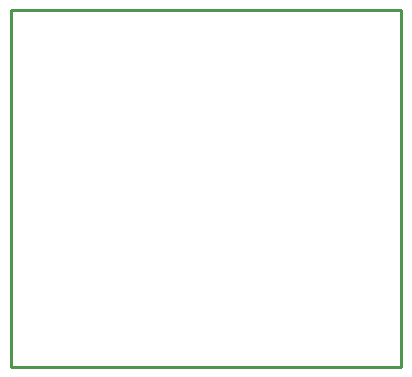
<source format=gbr>
G04 EAGLE Gerber RS-274X export*
G75*
%MOMM*%
%FSLAX34Y34*%
%LPD*%
%IN*%
%IPPOS*%
%AMOC8*
5,1,8,0,0,1.08239X$1,22.5*%
G01*
%ADD10C,0.254000*%


D10*
X0Y0D02*
X330000Y0D01*
X330000Y301500D01*
X0Y301500D01*
X0Y0D01*
M02*

</source>
